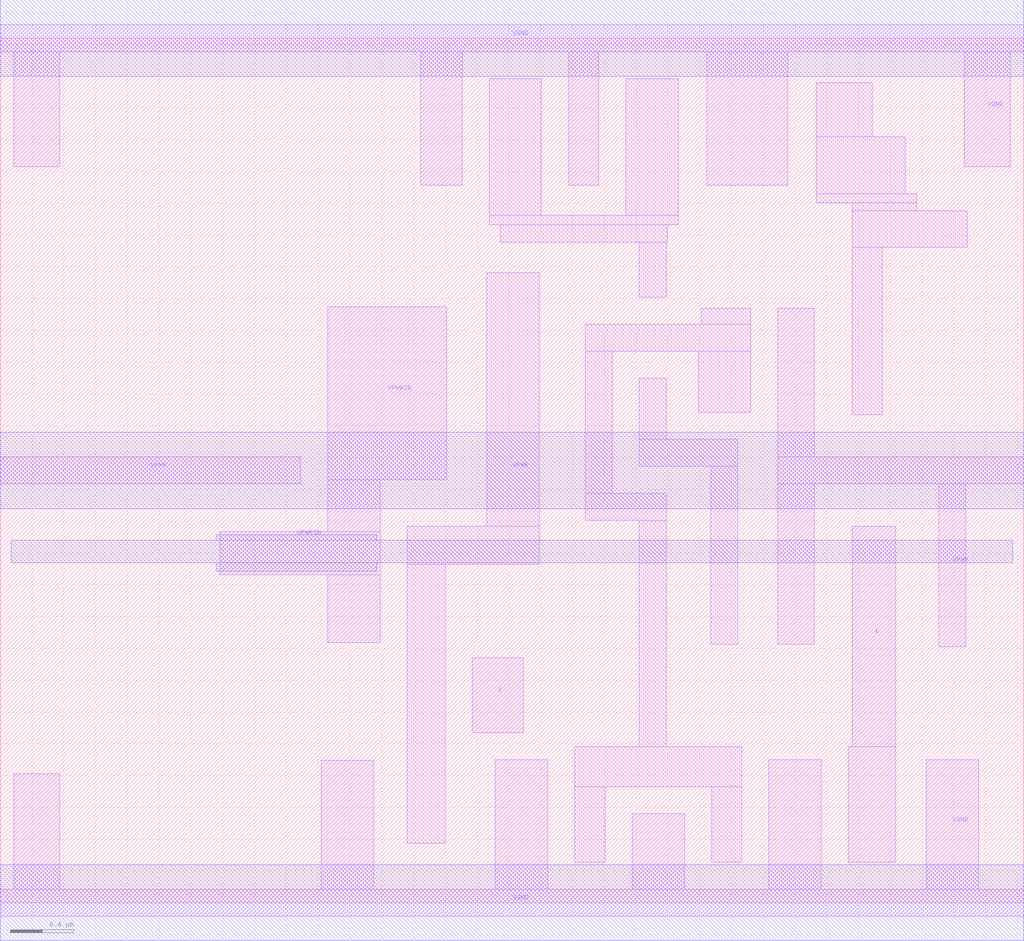
<source format=lef>
# Copyright 2020 The SkyWater PDK Authors
#
# Licensed under the Apache License, Version 2.0 (the "License");
# you may not use this file except in compliance with the License.
# You may obtain a copy of the License at
#
#     https://www.apache.org/licenses/LICENSE-2.0
#
# Unless required by applicable law or agreed to in writing, software
# distributed under the License is distributed on an "AS IS" BASIS,
# WITHOUT WARRANTIES OR CONDITIONS OF ANY KIND, either express or implied.
# See the License for the specific language governing permissions and
# limitations under the License.
#
# SPDX-License-Identifier: Apache-2.0

VERSION 5.5 ;
NAMESCASESENSITIVE ON ;
BUSBITCHARS "[]" ;
DIVIDERCHAR "/" ;
MACRO sky130_fd_sc_hd__lpflow_lsbuf_lh_hl_isowell_tap_2
  CLASS CORE WELLTAP ;
  SOURCE USER ;
  ORIGIN  0.000000  0.000000 ;
  SIZE  6.440000 BY  5.440000 ;
  SYMMETRY X Y R90 ;
  SITE unithddbl ;
  PIN A
    ANTENNAGATEAREA  0.603000 ;
    DIRECTION INPUT ;
    USE SIGNAL ;
    PORT
      LAYER li1 ;
        RECT 2.970000 1.070000 3.290000 1.540000 ;
    END
  END A
  PIN X
    ANTENNADIFFAREA  0.610500 ;
    DIRECTION OUTPUT ;
    USE SIGNAL ;
    PORT
      LAYER li1 ;
        RECT 5.335000 0.255000 5.635000 0.980000 ;
        RECT 5.360000 0.980000 5.635000 2.370000 ;
    END
  END X
  PIN VGND
    DIRECTION INOUT ;
    SHAPE ABUTMENT ;
    USE GROUND ;
    PORT
      LAYER li1 ;
        RECT 0.000000 -0.085000 6.440000 0.085000 ;
        RECT 0.085000  0.085000 0.375000 0.810000 ;
        RECT 2.020000  0.085000 2.350000 0.895000 ;
        RECT 3.115000  0.085000 3.445000 0.900000 ;
        RECT 3.975000  0.085000 4.305000 0.560000 ;
        RECT 4.835000  0.085000 5.165000 0.900000 ;
        RECT 5.825000  0.085000 6.155000 0.900000 ;
    END
    PORT
      LAYER li1 ;
        RECT 0.000000 5.355000 6.440000 5.525000 ;
        RECT 0.085000 4.630000 0.375000 5.355000 ;
        RECT 2.645000 4.515000 2.905000 5.355000 ;
        RECT 3.575000 4.515000 3.765000 5.355000 ;
        RECT 4.445000 4.515000 4.955000 5.355000 ;
        RECT 6.065000 4.630000 6.355000 5.355000 ;
    END
    PORT
      LAYER met1 ;
        RECT 0.000000 -0.240000 6.440000 0.240000 ;
    END
    PORT
      LAYER met1 ;
        RECT 0.000000 5.200000 6.440000 5.680000 ;
    END
  END VGND
  PIN VNB
    DIRECTION INOUT ;
    USE GROUND ;
    PORT
    END
  END VNB
  PIN VPB
    DIRECTION INOUT ;
    USE POWER ;
    PORT
    END
  END VPB
  PIN VPWR
    DIRECTION INOUT ;
    SHAPE ABUTMENT ;
    USE POWER ;
    PORT
      LAYER li1 ;
        RECT 0.000000 2.635000 1.890000 2.805000 ;
    END
    PORT
      LAYER li1 ;
        RECT 4.890000 1.625000 5.120000 2.635000 ;
        RECT 4.890000 2.635000 6.440000 2.805000 ;
        RECT 4.890000 2.805000 5.120000 3.740000 ;
        RECT 5.905000 1.610000 6.075000 2.635000 ;
    END
    PORT
      LAYER met1 ;
        RECT 0.000000 2.480000 6.440000 2.960000 ;
    END
  END VPWR
  PIN VPWRIN
    DIRECTION INOUT ;
    SHAPE ABUTMENT ;
    USE POWER ;
    PORT
      LAYER li1 ;
        RECT 1.380000 2.065000 2.390000 2.335000 ;
        RECT 2.060000 1.635000 2.390000 2.065000 ;
        RECT 2.060000 2.335000 2.390000 2.660000 ;
        RECT 2.060000 2.660000 2.810000 3.750000 ;
    END
    PORT
      LAYER met1 ;
        RECT 0.070000 2.140000 6.370000 2.280000 ;
        RECT 1.360000 2.085000 2.370000 2.140000 ;
        RECT 1.360000 2.280000 2.370000 2.315000 ;
    END
  END VPWRIN
  OBS
    LAYER li1 ;
      RECT 2.560000 0.375000 2.800000 2.130000 ;
      RECT 2.560000 2.130000 3.390000 2.370000 ;
      RECT 3.060000 2.370000 3.390000 3.965000 ;
      RECT 3.075000 4.265000 4.265000 4.325000 ;
      RECT 3.075000 4.325000 3.405000 5.185000 ;
      RECT 3.145000 4.155000 4.195000 4.265000 ;
      RECT 3.615000 0.255000 3.805000 0.730000 ;
      RECT 3.615000 0.730000 4.665000 0.980000 ;
      RECT 3.680000 2.405000 4.190000 2.575000 ;
      RECT 3.680000 2.575000 3.850000 3.470000 ;
      RECT 3.680000 3.470000 4.720000 3.640000 ;
      RECT 3.935000 4.325000 4.265000 5.185000 ;
      RECT 4.020000 0.980000 4.190000 2.405000 ;
      RECT 4.020000 2.745000 4.640000 2.915000 ;
      RECT 4.020000 2.915000 4.190000 3.300000 ;
      RECT 4.020000 3.810000 4.190000 4.155000 ;
      RECT 4.390000 3.085000 4.720000 3.470000 ;
      RECT 4.410000 3.640000 4.720000 3.740000 ;
      RECT 4.470000 1.625000 4.640000 2.745000 ;
      RECT 4.475000 0.255000 4.665000 0.730000 ;
      RECT 5.135000 4.405000 5.765000 4.460000 ;
      RECT 5.135000 4.460000 5.695000 4.820000 ;
      RECT 5.135000 4.820000 5.485000 5.160000 ;
      RECT 5.360000 3.070000 5.550000 4.125000 ;
      RECT 5.360000 4.125000 6.085000 4.355000 ;
      RECT 5.360000 4.355000 5.765000 4.405000 ;
  END
END sky130_fd_sc_hd__lpflow_lsbuf_lh_hl_isowell_tap_2
END LIBRARY

</source>
